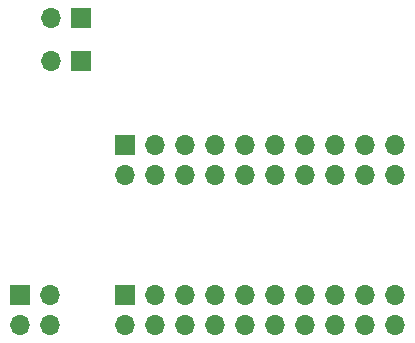
<source format=gbr>
%TF.GenerationSoftware,KiCad,Pcbnew,9.0.0-rc3-b7b28e555e~182~ubuntu24.04.1*%
%TF.CreationDate,2025-02-14T00:47:14-05:00*%
%TF.ProjectId,SharpBreakout,53686172-7042-4726-9561-6b6f75742e6b,rev?*%
%TF.SameCoordinates,Original*%
%TF.FileFunction,Soldermask,Bot*%
%TF.FilePolarity,Negative*%
%FSLAX46Y46*%
G04 Gerber Fmt 4.6, Leading zero omitted, Abs format (unit mm)*
G04 Created by KiCad (PCBNEW 9.0.0-rc3-b7b28e555e~182~ubuntu24.04.1) date 2025-02-14 00:47:14*
%MOMM*%
%LPD*%
G01*
G04 APERTURE LIST*
%ADD10R,1.700000X1.700000*%
%ADD11O,1.700000X1.700000*%
G04 APERTURE END LIST*
D10*
%TO.C,J6*%
X133455000Y-88140000D03*
D11*
X130915000Y-88140000D03*
%TD*%
D10*
%TO.C,J2*%
X133455000Y-84540000D03*
D11*
X130915000Y-84540000D03*
%TD*%
D10*
%TO.C,J3*%
X137155000Y-95245000D03*
D11*
X137155000Y-97785000D03*
X139695000Y-95245000D03*
X139695000Y-97785000D03*
X142235000Y-95245000D03*
X142235000Y-97785000D03*
X144775000Y-95245000D03*
X144775000Y-97785000D03*
X147315000Y-95245000D03*
X147315000Y-97785000D03*
X149855000Y-95245000D03*
X149855000Y-97785000D03*
X152395000Y-95245000D03*
X152395000Y-97785000D03*
X154935000Y-95245000D03*
X154935000Y-97785000D03*
X157475000Y-95245000D03*
X157475000Y-97785000D03*
X160015000Y-95245000D03*
X160015000Y-97785000D03*
%TD*%
D10*
%TO.C,J5*%
X137155000Y-107945000D03*
D11*
X137155000Y-110485000D03*
X139695000Y-107945000D03*
X139695000Y-110485000D03*
X142235000Y-107945000D03*
X142235000Y-110485000D03*
X144775000Y-107945000D03*
X144775000Y-110485000D03*
X147315000Y-107945000D03*
X147315000Y-110485000D03*
X149855000Y-107945000D03*
X149855000Y-110485000D03*
X152395000Y-107945000D03*
X152395000Y-110485000D03*
X154935000Y-107945000D03*
X154935000Y-110485000D03*
X157475000Y-107945000D03*
X157475000Y-110485000D03*
X160015000Y-107945000D03*
X160015000Y-110485000D03*
%TD*%
D10*
%TO.C,J4*%
X128265000Y-107945000D03*
D11*
X128265000Y-110485000D03*
X130805000Y-107945000D03*
X130805000Y-110485000D03*
%TD*%
M02*

</source>
